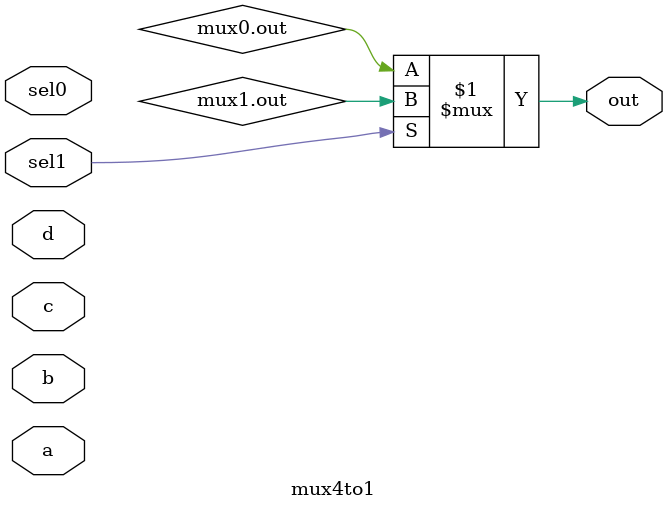
<source format=v>
module mux4to1 (
	a,b,c,d,sel0,sel1,
	out);

input a,b,c,d,sel0,sel1;
output out;

mux2to1_BH mux0(.a(a),.b(b),.sel(sel0));
mux2to1_BH mux1(.a(c),.b(d),.sel(sel0));

assign out = sel1 ? mux1.out : mux0.out;

endmodule
</source>
